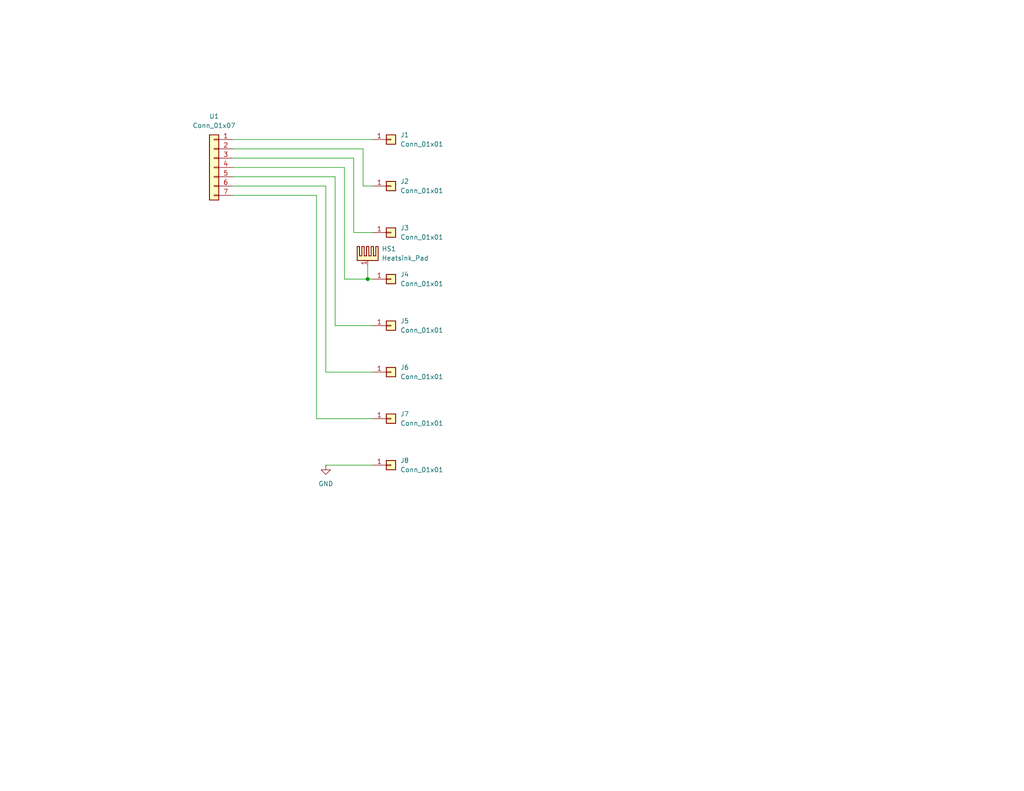
<source format=kicad_sch>
(kicad_sch (version 20230121) (generator eeschema)
  (paper "USLetter")
  (lib_symbols
    (symbol "Connector_Generic:Conn_01x01" (pin_names (offset 1.016) hide)
      (property "Reference" "J" (at 0 2.54 0))
      (property "Value" "Conn_01x01" (at 0 -2.54 0))
      (symbol "Conn_01x01_1_1"
        (rectangle (start -1.27 0.127) (end 0 -0.127) (stroke (width 0.1524)))
        (rectangle (start -1.27 1.27) (end 1.27 -1.27) (stroke (width 0.254)) (fill (type background)))
        (pin passive line (at -5.08 0 0) (length 3.81) (name "Pin_1") (number "1"))
      )
    )
    (symbol "Connector_Generic:Conn_01x07" (pin_names (offset 1.016) hide)
      (property "Reference" "J" (at 0 10.16 0))
      (property "Value" "Conn_01x07" (at 0 -10.16 0))
      (symbol "Conn_01x07_1_1"
        (rectangle (start -1.27 -7.493) (end 0 -7.747) (stroke (width 0.1524)))
        (rectangle (start -1.27 -4.953) (end 0 -5.207) (stroke (width 0.1524)))
        (rectangle (start -1.27 -2.413) (end 0 -2.667) (stroke (width 0.1524)))
        (rectangle (start -1.27 0.127) (end 0 -0.127) (stroke (width 0.1524)))
        (rectangle (start -1.27 2.667) (end 0 2.413) (stroke (width 0.1524)))
        (rectangle (start -1.27 5.207) (end 0 4.953) (stroke (width 0.1524)))
        (rectangle (start -1.27 7.747) (end 0 7.493) (stroke (width 0.1524)))
        (rectangle (start -1.27 8.89) (end 1.27 -8.89) (stroke (width 0.254)) (fill (type background)))
        (pin passive line (at -5.08 7.62 0) (length 3.81) (name "Pin_1") (number "1"))
        (pin passive line (at -5.08 5.08 0) (length 3.81) (name "Pin_2") (number "2"))
        (pin passive line (at -5.08 2.54 0) (length 3.81) (name "Pin_3") (number "3"))
        (pin passive line (at -5.08 0 0) (length 3.81) (name "Pin_4") (number "4"))
        (pin passive line (at -5.08 -2.54 0) (length 3.81) (name "Pin_5") (number "5"))
        (pin passive line (at -5.08 -5.08 0) (length 3.81) (name "Pin_6") (number "6"))
        (pin passive line (at -5.08 -7.62 0) (length 3.81) (name "Pin_7") (number "7"))
      )
    )
    (symbol "Mechanical:Heatsink_Pad" (pin_names (offset 0))
      (property "Reference" "HS" (at 0 5.715 0))
      (property "Value" "Heatsink_Pad" (at 0 3.81 0))
      (symbol "Heatsink_Pad_0_1"
        (polyline (pts (xy -0.3302 0) (xy -0.9652 0) (xy -0.9652 2.54) (xy -1.6002 2.54) (xy -1.6002 0) (xy -2.2352 0) (xy -2.2352 2.54) (xy -2.8702 2.54) (xy -2.8702 -1.27) (xy -0.9652 -1.27)) (stroke (width 0.254)) (fill (type background)))
        (polyline (pts (xy -0.3302 0) (xy -0.3302 2.54) (xy 0.3048 2.54) (xy 0.3048 0) (xy 0.9398 0) (xy 0.9398 2.54) (xy 1.5748 2.54) (xy 1.5748 0) (xy 2.2098 0) (xy 2.2098 2.54) (xy 2.8448 2.54) (xy 2.8448 -1.27) (xy -0.9652 -1.27)) (stroke (width 0.254)) (fill (type background)))
      )
      (symbol "Heatsink_Pad_1_1"
        (pin passive line (at 0 -2.54 90) (length 1.27) (name "~") (number "1"))
      )
    )
    (symbol "power:GND" (power) (pin_names (offset 0))
      (property "Value" "GND" (at 0 -3.81 0))
      (symbol "GND_0_1"
        (polyline (pts (xy 0 0) (xy 0 -1.27) (xy 1.27 -1.27) (xy 0 -2.54) (xy -1.27 -1.27) (xy 0 -1.27)))
      )
      (symbol "GND_1_1"
        (pin power_in line (at 0 0 270) (length 0) hide (name "GND") (number "1"))
      )
    )
  )
  (junction (at 100.33 76.2))
  (wire (pts (xy 93.98 45.72) (xy 93.98 76.2)))
  (wire (pts (xy 63.5 53.34) (xy 86.36 53.34)))
  (wire (pts (xy 96.52 43.18) (xy 96.52 63.5)))
  (wire (pts (xy 63.5 50.8) (xy 88.9 50.8)))
  (wire (pts (xy 88.9 101.6) (xy 101.6 101.6)))
  (wire (pts (xy 99.06 50.8) (xy 101.6 50.8)))
  (wire (pts (xy 91.44 48.26) (xy 91.44 88.9)))
  (wire (pts (xy 88.9 50.8) (xy 88.9 101.6)))
  (wire (pts (xy 93.98 76.2) (xy 100.33 76.2)))
  (wire (pts (xy 63.5 38.1) (xy 101.6 38.1)))
  (wire (pts (xy 63.5 45.72) (xy 93.98 45.72)))
  (wire (pts (xy 99.06 40.64) (xy 99.06 50.8)))
  (wire (pts (xy 63.5 48.26) (xy 91.44 48.26)))
  (wire (pts (xy 88.9 127) (xy 101.6 127)))
  (wire (pts (xy 86.36 114.3) (xy 101.6 114.3)))
  (wire (pts (xy 91.44 88.9) (xy 101.6 88.9)))
  (wire (pts (xy 100.33 76.2) (xy 101.6 76.2)))
  (wire (pts (xy 100.33 72.39) (xy 100.33 76.2)))
  (wire (pts (xy 86.36 53.34) (xy 86.36 114.3)))
  (wire (pts (xy 63.5 40.64) (xy 99.06 40.64)))
  (wire (pts (xy 63.5 43.18) (xy 96.52 43.18)))
  (wire (pts (xy 96.52 63.5) (xy 101.6 63.5)))
  (symbol (lib_id "Mechanical:Heatsink_Pad") (at 100.33 69.85 0) (unit 1)
    (property "Reference" "HS1" (at 104.14 67.945 0) (effects (justify left)))
    (property "Value" "Heatsink_Pad" (at 104.14 70.485 0) (effects (justify left)))
    (property "Footprint" "Heatsink:Heatsink_AAVID_TV5G_TO220_Horizontal" (effects hide))
  )
  (symbol (lib_id "Connector_Generic:Conn_01x01") (at 106.68 50.8 0) (unit 1)
    (property "Reference" "J2" (at 109.22 49.53 0) (effects (justify left)))
    (property "Value" "Conn_01x01" (at 109.22 52.07 0) (effects (justify left)))
    (property "Footprint" "Connector:Banana_Jack_1Pin" (effects hide))
  )
  (symbol (lib_id "Connector_Generic:Conn_01x01") (at 106.68 88.9 0) (unit 1)
    (property "Reference" "J5" (at 109.22 87.63 0) (effects (justify left)))
    (property "Value" "Conn_01x01" (at 109.22 90.17 0) (effects (justify left)))
    (property "Footprint" "Connector:Banana_Jack_1Pin" (effects hide))
  )
  (symbol (lib_id "Connector_Generic:Conn_01x01") (at 106.68 127 0) (unit 1)
    (property "Reference" "J8" (at 109.22 125.73 0) (effects (justify left)))
    (property "Value" "Conn_01x01" (at 109.22 128.27 0) (effects (justify left)))
    (property "Footprint" "Connector:Banana_Jack_1Pin" (effects hide))
  )
  (symbol (lib_id "Connector_Generic:Conn_01x01") (at 106.68 63.5 0) (unit 1)
    (property "Reference" "J3" (at 109.22 62.23 0) (effects (justify left)))
    (property "Value" "Conn_01x01" (at 109.22 64.77 0) (effects (justify left)))
    (property "Footprint" "Connector:Banana_Jack_1Pin" (effects hide))
  )
  (symbol (lib_id "Connector_Generic:Conn_01x07") (at 58.42 45.72 0) (mirror y) (unit 1)
    (property "Reference" "U1" (at 58.42 31.75 0))
    (property "Value" "Conn_01x07" (at 58.42 34.29 0))
    (property "Footprint" "Package_TO_SOT_SMD:TO-263-7_TabPin4" (effects hide))
  )
  (symbol (lib_id "Connector_Generic:Conn_01x01") (at 106.68 76.2 0) (unit 1)
    (property "Reference" "J4" (at 109.22 74.93 0) (effects (justify left)))
    (property "Value" "Conn_01x01" (at 109.22 77.47 0) (effects (justify left)))
    (property "Footprint" "Connector:Banana_Jack_1Pin" (effects hide))
  )
  (symbol (lib_id "Connector_Generic:Conn_01x01") (at 106.68 101.6 0) (unit 1)
    (property "Reference" "J6" (at 109.22 100.33 0) (effects (justify left)))
    (property "Value" "Conn_01x01" (at 109.22 102.87 0) (effects (justify left)))
    (property "Footprint" "Connector:Banana_Jack_1Pin" (effects hide))
  )
  (symbol (lib_id "Connector_Generic:Conn_01x01") (at 106.68 114.3 0) (unit 1)
    (property "Reference" "J7" (at 109.22 113.03 0) (effects (justify left)))
    (property "Value" "Conn_01x01" (at 109.22 115.57 0) (effects (justify left)))
    (property "Footprint" "Connector:Banana_Jack_1Pin" (effects hide))
  )
  (symbol (lib_id "power:GND") (at 88.9 127 0) (unit 1)
    (property "Reference" "#PWR01" (effects hide))
    (property "Value" "GND" (at 88.9 132.08 0))
  )
  (symbol (lib_id "Connector_Generic:Conn_01x01") (at 106.68 38.1 0) (unit 1)
    (property "Reference" "J1" (at 109.22 36.83 0) (effects (justify left)))
    (property "Value" "Conn_01x01" (at 109.22 39.37 0) (effects (justify left)))
    (property "Footprint" "Connector:Banana_Jack_1Pin" (effects hide))
  )
)
</source>
